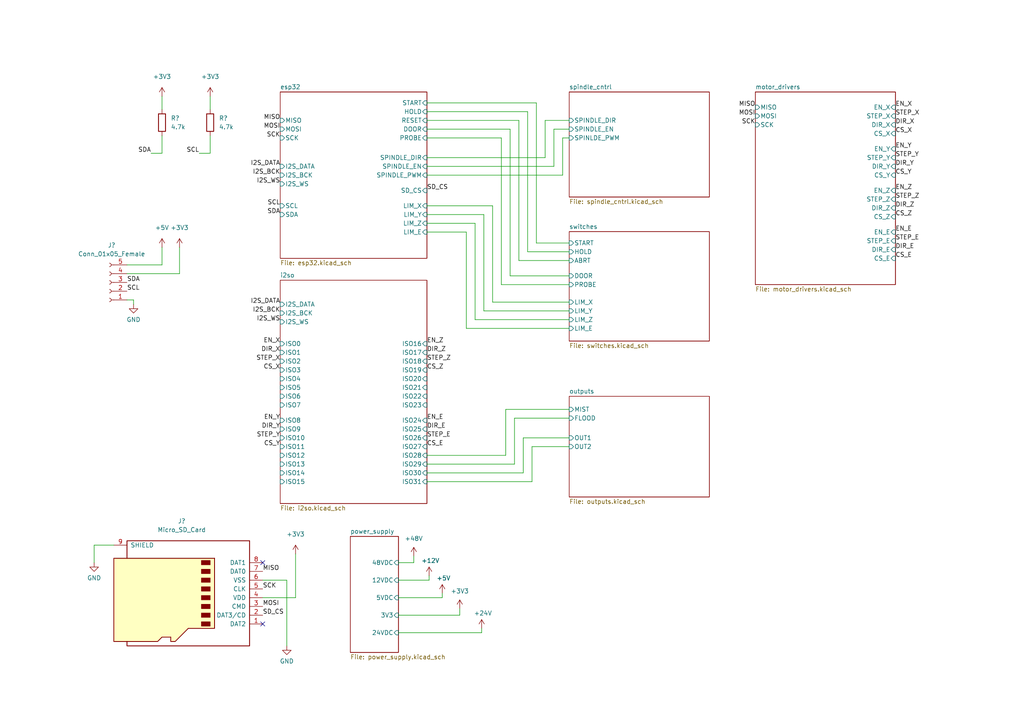
<source format=kicad_sch>
(kicad_sch (version 20211123) (generator eeschema)
  (paper "A4")
  (lib_symbols
    (symbol "Connector:Conn_01x05_Female" (pin_names (offset 1.016) hide)
      (property "Reference" "J" (at 0 7.62 0))
      (property "Value" "Conn_01x05_Female" (at 0 -7.62 0))
      (symbol "Conn_01x05_Female_1_1"
        (arc (start 0 -4.572) (mid -0.508 -5.08) (end 0 -5.588) (stroke (width 0.1524)))
        (arc (start 0 -2.032) (mid -0.508 -2.54) (end 0 -3.048) (stroke (width 0.1524)))
        (polyline (pts (xy -1.27 -5.08) (xy -0.508 -5.08)) (stroke (width 0.1524)))
        (polyline (pts (xy -1.27 -2.54) (xy -0.508 -2.54)) (stroke (width 0.1524)))
        (polyline (pts (xy -1.27 0) (xy -0.508 0)) (stroke (width 0.1524)))
        (polyline (pts (xy -1.27 2.54) (xy -0.508 2.54)) (stroke (width 0.1524)))
        (polyline (pts (xy -1.27 5.08) (xy -0.508 5.08)) (stroke (width 0.1524)))
        (arc (start 0 0.508) (mid -0.508 0) (end 0 -0.508) (stroke (width 0.1524)))
        (arc (start 0 3.048) (mid -0.508 2.54) (end 0 2.032) (stroke (width 0.1524)))
        (arc (start 0 5.588) (mid -0.508 5.08) (end 0 4.572) (stroke (width 0.1524)))
        (pin passive line (at -5.08 5.08 0) (length 3.81) (name "Pin_1") (number "1"))
        (pin passive line (at -5.08 2.54 0) (length 3.81) (name "Pin_2") (number "2"))
        (pin passive line (at -5.08 0 0) (length 3.81) (name "Pin_3") (number "3"))
        (pin passive line (at -5.08 -2.54 0) (length 3.81) (name "Pin_4") (number "4"))
        (pin passive line (at -5.08 -5.08 0) (length 3.81) (name "Pin_5") (number "5"))
      )
    )
    (symbol "Connector:Micro_SD_Card" (pin_names (offset 1.016))
      (property "Reference" "J" (at -16.51 15.24 0))
      (property "Value" "Micro_SD_Card" (at 16.51 15.24 0))
      (symbol "Micro_SD_Card_0_1"
        (rectangle (start -7.62 -9.525) (end -5.08 -10.795) (fill (type outline)))
        (rectangle (start -7.62 -6.985) (end -5.08 -8.255) (fill (type outline)))
        (rectangle (start -7.62 -4.445) (end -5.08 -5.715) (fill (type outline)))
        (rectangle (start -7.62 -1.905) (end -5.08 -3.175) (fill (type outline)))
        (rectangle (start -7.62 0.635) (end -5.08 -0.635) (fill (type outline)))
        (rectangle (start -7.62 3.175) (end -5.08 1.905) (fill (type outline)))
        (rectangle (start -7.62 5.715) (end -5.08 4.445) (fill (type outline)))
        (rectangle (start -7.62 8.255) (end -5.08 6.985) (fill (type outline)))
        (polyline (pts (xy 16.51 12.7) (xy 16.51 13.97) (xy -19.05 13.97) (xy -19.05 -16.51) (xy 16.51 -16.51) (xy 16.51 -11.43)) (stroke (width 0.254)))
        (polyline (pts (xy -8.89 -11.43) (xy -8.89 8.89) (xy -1.27 8.89) (xy 2.54 12.7) (xy 3.81 12.7) (xy 3.81 11.43) (xy 6.35 11.43) (xy 7.62 12.7) (xy 20.32 12.7) (xy 20.32 -11.43) (xy -8.89 -11.43)) (stroke (width 0.254)) (fill (type background)))
      )
      (symbol "Micro_SD_Card_1_1"
        (pin bidirectional line (at -22.86 7.62 0) (length 3.81) (name "DAT2") (number "1"))
        (pin bidirectional line (at -22.86 5.08 0) (length 3.81) (name "DAT3/CD") (number "2"))
        (pin input line (at -22.86 2.54 0) (length 3.81) (name "CMD") (number "3"))
        (pin power_in line (at -22.86 0 0) (length 3.81) (name "VDD") (number "4"))
        (pin input line (at -22.86 -2.54 0) (length 3.81) (name "CLK") (number "5"))
        (pin power_in line (at -22.86 -5.08 0) (length 3.81) (name "VSS") (number "6"))
        (pin bidirectional line (at -22.86 -7.62 0) (length 3.81) (name "DAT0") (number "7"))
        (pin bidirectional line (at -22.86 -10.16 0) (length 3.81) (name "DAT1") (number "8"))
        (pin passive line (at 20.32 -15.24 180) (length 3.81) (name "SHIELD") (number "9"))
      )
    )
    (symbol "Device:R" (pin_numbers hide) (pin_names (offset 0))
      (property "Reference" "R" (at 2.032 0 90))
      (property "Value" "R" (at 0 0 90))
      (symbol "R_0_1"
        (rectangle (start -1.016 -2.54) (end 1.016 2.54) (stroke (width 0.254)))
      )
      (symbol "R_1_1"
        (pin passive line (at 0 3.81 270) (length 1.27) (name "~") (number "1"))
        (pin passive line (at 0 -3.81 90) (length 1.27) (name "~") (number "2"))
      )
    )
    (symbol "power:+12V" (power) (pin_names (offset 0))
      (property "Value" "+12V" (at 0 3.556 0))
      (symbol "+12V_0_1"
        (polyline (pts (xy -0.762 1.27) (xy 0 2.54)))
        (polyline (pts (xy 0 0) (xy 0 2.54)))
        (polyline (pts (xy 0 2.54) (xy 0.762 1.27)))
      )
      (symbol "+12V_1_1"
        (pin power_in line (at 0 0 90) (length 0) hide (name "+12V") (number "1"))
      )
    )
    (symbol "power:+24V" (power) (pin_names (offset 0))
      (property "Value" "+24V" (at 0 3.556 0))
      (symbol "+24V_0_1"
        (polyline (pts (xy -0.762 1.27) (xy 0 2.54)))
        (polyline (pts (xy 0 0) (xy 0 2.54)))
        (polyline (pts (xy 0 2.54) (xy 0.762 1.27)))
      )
      (symbol "+24V_1_1"
        (pin power_in line (at 0 0 90) (length 0) hide (name "+24V") (number "1"))
      )
    )
    (symbol "power:+3V3" (power) (pin_names (offset 0))
      (property "Value" "+3V3" (at 0 3.556 0))
      (symbol "+3V3_0_1"
        (polyline (pts (xy -0.762 1.27) (xy 0 2.54)))
        (polyline (pts (xy 0 0) (xy 0 2.54)))
        (polyline (pts (xy 0 2.54) (xy 0.762 1.27)))
      )
      (symbol "+3V3_1_1"
        (pin power_in line (at 0 0 90) (length 0) hide (name "+3V3") (number "1"))
      )
    )
    (symbol "power:+48V" (power) (pin_names (offset 0))
      (property "Value" "+48V" (at 0 3.556 0))
      (symbol "+48V_0_1"
        (polyline (pts (xy -0.762 1.27) (xy 0 2.54)))
        (polyline (pts (xy 0 0) (xy 0 2.54)))
        (polyline (pts (xy 0 2.54) (xy 0.762 1.27)))
      )
      (symbol "+48V_1_1"
        (pin power_in line (at 0 0 90) (length 0) hide (name "+48V") (number "1"))
      )
    )
    (symbol "power:+5V" (power) (pin_names (offset 0))
      (property "Value" "+5V" (at 0 3.556 0))
      (symbol "+5V_0_1"
        (polyline (pts (xy -0.762 1.27) (xy 0 2.54)))
        (polyline (pts (xy 0 0) (xy 0 2.54)))
        (polyline (pts (xy 0 2.54) (xy 0.762 1.27)))
      )
      (symbol "+5V_1_1"
        (pin power_in line (at 0 0 90) (length 0) hide (name "+5V") (number "1"))
      )
    )
    (symbol "power:GND" (power) (pin_names (offset 0))
      (property "Value" "GND" (at 0 -3.81 0))
      (symbol "GND_0_1"
        (polyline (pts (xy 0 0) (xy 0 -1.27) (xy 1.27 -1.27) (xy 0 -2.54) (xy -1.27 -1.27) (xy 0 -1.27)))
      )
      (symbol "GND_1_1"
        (pin power_in line (at 0 0 270) (length 0) hide (name "GND") (number "1"))
      )
    )
  )
  (no_connect (at 76.2 163.195))
  (no_connect (at 76.2 180.975))
  (wire (pts (xy 147.955 37.465) (xy 123.825 37.465)))
  (wire (pts (xy 123.825 132.08) (xy 146.685 132.08)))
  (wire (pts (xy 133.35 176.53) (xy 133.35 178.435)))
  (wire (pts (xy 163.195 40.005) (xy 165.1 40.005)))
  (wire (pts (xy 123.825 62.23) (xy 140.335 62.23)))
  (wire (pts (xy 163.195 50.8) (xy 163.195 40.005)))
  (wire (pts (xy 123.825 59.69) (xy 142.875 59.69)))
  (wire (pts (xy 145.415 40.005) (xy 145.415 82.55)))
  (wire (pts (xy 120.015 163.195) (xy 115.57 163.195)))
  (wire (pts (xy 76.2 173.355) (xy 85.725 173.355)))
  (wire (pts (xy 128.27 173.355) (xy 115.57 173.355)))
  (wire (pts (xy 165.1 37.465) (xy 160.655 37.465)))
  (wire (pts (xy 123.825 137.16) (xy 151.765 137.16)))
  (wire (pts (xy 146.685 132.08) (xy 146.685 118.745)))
  (wire (pts (xy 154.305 139.7) (xy 154.305 129.54)))
  (wire (pts (xy 137.795 92.71) (xy 165.1 92.71)))
  (wire (pts (xy 27.305 163.195) (xy 27.305 158.115)))
  (wire (pts (xy 150.495 34.925) (xy 123.825 34.925)))
  (wire (pts (xy 149.225 134.62) (xy 149.225 121.285)))
  (wire (pts (xy 147.955 37.465) (xy 147.955 80.01)))
  (wire (pts (xy 123.825 29.845) (xy 155.575 29.845)))
  (wire (pts (xy 36.83 86.995) (xy 38.735 86.995)))
  (wire (pts (xy 158.115 45.72) (xy 123.825 45.72)))
  (wire (pts (xy 149.225 121.285) (xy 165.1 121.285)))
  (wire (pts (xy 128.27 172.085) (xy 128.27 173.355)))
  (wire (pts (xy 142.875 59.69) (xy 142.875 87.63)))
  (wire (pts (xy 147.955 80.01) (xy 165.1 80.01)))
  (wire (pts (xy 150.495 34.925) (xy 150.495 75.565)))
  (wire (pts (xy 155.575 29.845) (xy 155.575 70.485)))
  (wire (pts (xy 123.825 67.31) (xy 135.255 67.31)))
  (wire (pts (xy 124.46 167.005) (xy 124.46 168.275)))
  (wire (pts (xy 124.46 168.275) (xy 115.57 168.275)))
  (wire (pts (xy 46.99 76.835) (xy 36.83 76.835)))
  (wire (pts (xy 142.875 87.63) (xy 165.1 87.63)))
  (wire (pts (xy 52.07 71.755) (xy 52.07 79.375)))
  (wire (pts (xy 154.305 129.54) (xy 165.1 129.54)))
  (wire (pts (xy 46.99 39.37) (xy 46.99 44.45)))
  (wire (pts (xy 120.015 161.29) (xy 120.015 163.195)))
  (wire (pts (xy 46.99 44.45) (xy 43.815 44.45)))
  (wire (pts (xy 123.825 139.7) (xy 154.305 139.7)))
  (wire (pts (xy 60.96 39.37) (xy 60.96 44.45)))
  (wire (pts (xy 60.96 27.94) (xy 60.96 31.75)))
  (wire (pts (xy 158.115 34.925) (xy 158.115 45.72)))
  (wire (pts (xy 155.575 70.485) (xy 165.1 70.485)))
  (wire (pts (xy 139.7 182.245) (xy 139.7 183.515)))
  (wire (pts (xy 140.335 90.17) (xy 165.1 90.17)))
  (wire (pts (xy 27.305 158.115) (xy 33.02 158.115)))
  (wire (pts (xy 140.335 62.23) (xy 140.335 90.17)))
  (wire (pts (xy 115.57 183.515) (xy 139.7 183.515)))
  (wire (pts (xy 135.255 95.25) (xy 165.1 95.25)))
  (wire (pts (xy 123.825 50.8) (xy 163.195 50.8)))
  (wire (pts (xy 153.035 32.385) (xy 153.035 73.025)))
  (wire (pts (xy 150.495 75.565) (xy 165.1 75.565)))
  (wire (pts (xy 160.655 37.465) (xy 160.655 48.26)))
  (wire (pts (xy 46.99 27.94) (xy 46.99 31.75)))
  (wire (pts (xy 153.035 32.385) (xy 123.825 32.385)))
  (wire (pts (xy 153.035 73.025) (xy 165.1 73.025)))
  (wire (pts (xy 76.2 168.275) (xy 83.185 168.275)))
  (wire (pts (xy 115.57 178.435) (xy 133.35 178.435)))
  (wire (pts (xy 135.255 67.31) (xy 135.255 95.25)))
  (wire (pts (xy 146.685 118.745) (xy 165.1 118.745)))
  (wire (pts (xy 137.795 64.77) (xy 123.825 64.77)))
  (wire (pts (xy 145.415 82.55) (xy 165.1 82.55)))
  (wire (pts (xy 145.415 40.005) (xy 123.825 40.005)))
  (wire (pts (xy 46.99 71.755) (xy 46.99 76.835)))
  (wire (pts (xy 38.735 88.265) (xy 38.735 86.995)))
  (wire (pts (xy 165.1 34.925) (xy 158.115 34.925)))
  (wire (pts (xy 85.725 160.655) (xy 85.725 173.355)))
  (wire (pts (xy 151.765 127) (xy 165.1 127)))
  (wire (pts (xy 83.185 187.325) (xy 83.185 168.275)))
  (wire (pts (xy 52.07 79.375) (xy 36.83 79.375)))
  (wire (pts (xy 151.765 137.16) (xy 151.765 127)))
  (wire (pts (xy 123.825 134.62) (xy 149.225 134.62)))
  (wire (pts (xy 137.795 92.71) (xy 137.795 64.77)))
  (wire (pts (xy 160.655 48.26) (xy 123.825 48.26)))
  (wire (pts (xy 60.96 44.45) (xy 57.785 44.45)))
  (label "DIR_X" (at 259.715 36.195 0))
  (label "STEP_X" (at 259.715 33.655 0))
  (label "CS_Y" (at 259.715 50.8 0))
  (label "CS_E" (at 123.825 129.54 0))
  (label "SCL" (at 36.83 84.455 0))
  (label "EN_X" (at 81.28 99.695 180))
  (label "CS_E" (at 259.715 74.93 0))
  (label "DIR_Z" (at 123.825 102.235 0))
  (label "EN_E" (at 123.825 121.92 0))
  (label "SDA" (at 81.28 62.23 180))
  (label "DIR_E" (at 259.715 72.39 0))
  (label "CS_X" (at 259.715 38.735 0))
  (label "DIR_X" (at 81.28 102.235 180))
  (label "STEP_E" (at 259.715 69.85 0))
  (label "EN_X" (at 259.715 31.115 0))
  (label "I2S_DATA" (at 81.28 48.26 180))
  (label "SDA" (at 43.815 44.45 180))
  (label "SDA" (at 36.83 81.915 0))
  (label "I2S_BCK" (at 81.28 50.8 180))
  (label "DIR_Z" (at 259.715 60.325 0))
  (label "SCK" (at 76.2 170.815 0))
  (label "STEP_Y" (at 81.28 127 180))
  (label "SCL" (at 81.28 59.69 180))
  (label "CS_Z" (at 259.715 62.865 0))
  (label "SCK" (at 219.075 36.195 180))
  (label "STEP_E" (at 123.825 127 0))
  (label "MOSI" (at 81.28 37.465 180))
  (label "STEP_Y" (at 259.715 45.72 0))
  (label "EN_Z" (at 259.715 55.245 0))
  (label "CS_X" (at 81.28 107.315 180))
  (label "SCL" (at 57.785 44.45 180))
  (label "EN_Z" (at 123.825 99.695 0))
  (label "STEP_Z" (at 123.825 104.775 0))
  (label "SD_CS" (at 76.2 178.435 0))
  (label "SD_CS" (at 123.825 55.245 0))
  (label "I2S_WS" (at 81.28 53.34 180))
  (label "EN_Y" (at 259.715 43.18 0))
  (label "DIR_Y" (at 259.715 48.26 0))
  (label "EN_Y" (at 81.28 121.92 180))
  (label "CS_Y" (at 81.28 129.54 180))
  (label "STEP_X" (at 81.28 104.775 180))
  (label "DIR_Y" (at 81.28 124.46 180))
  (label "MISO" (at 81.28 34.925 180))
  (label "MOSI" (at 76.2 175.895 0))
  (label "I2S_WS" (at 81.28 93.345 180))
  (label "MISO" (at 76.2 165.735 0))
  (label "DIR_E" (at 123.825 124.46 0))
  (label "I2S_DATA" (at 81.28 88.265 180))
  (label "I2S_BCK" (at 81.28 90.805 180))
  (label "MOSI" (at 219.075 33.655 180))
  (label "EN_E" (at 259.715 67.31 0))
  (label "SCK" (at 81.28 40.005 180))
  (label "STEP_Z" (at 259.715 57.785 0))
  (label "MISO" (at 219.075 31.115 180))
  (label "CS_Z" (at 123.825 107.315 0))
  (symbol (lib_id "power:+24V") (at 139.7 182.245 0) (unit 1)
    (property "Reference" "#PWR?" (effects hide))
    (property "Value" "+24V" (at 140.081 177.8508 0))
  )
  (symbol (lib_id "power:+3V3") (at 52.07 71.755 0) (unit 1)
    (property "Reference" "#PWR?" (effects hide))
    (property "Value" "+3V3" (at 52.07 66.04 0))
  )
  (symbol (lib_id "Device:R") (at 46.99 35.56 0) (unit 1)
    (property "Reference" "R?" (at 49.53 34.2899 0) (effects (justify left)))
    (property "Value" "4.7k" (at 49.53 36.8299 0) (effects (justify left)))
  )
  (symbol (lib_id "power:+3V3") (at 85.725 160.655 0) (unit 1)
    (property "Reference" "#PWR?" (effects hide))
    (property "Value" "+3V3" (at 85.725 154.94 0))
  )
  (symbol (lib_id "power:+5V") (at 46.99 71.755 0) (unit 1)
    (property "Reference" "#PWR?" (effects hide))
    (property "Value" "+5V" (at 46.99 66.04 0))
  )
  (symbol (lib_id "Device:R") (at 60.96 35.56 0) (unit 1)
    (property "Reference" "R?" (at 63.5 34.2899 0) (effects (justify left)))
    (property "Value" "4.7k" (at 63.5 36.8299 0) (effects (justify left)))
  )
  (symbol (lib_id "Connector:Conn_01x05_Female") (at 31.75 81.915 180) (unit 1)
    (property "Reference" "J?" (at 32.385 71.12 0))
    (property "Value" "Conn_01x05_Female" (at 32.385 73.66 0))
  )
  (symbol (lib_id "power:+3V3") (at 46.99 27.94 0) (unit 1)
    (property "Reference" "#PWR?" (effects hide))
    (property "Value" "+3V3" (at 46.99 22.225 0))
  )
  (symbol (lib_id "power:GND") (at 83.185 187.325 0) (unit 1)
    (property "Reference" "#PWR?" (effects hide))
    (property "Value" "GND" (at 83.185 191.77 0))
  )
  (symbol (lib_id "power:+48V") (at 120.015 161.29 0) (unit 1)
    (property "Reference" "#PWR?" (effects hide))
    (property "Value" "+48V" (at 120.015 156.21 0))
  )
  (symbol (lib_id "power:GND") (at 27.305 163.195 0) (unit 1)
    (property "Reference" "#PWR?" (effects hide))
    (property "Value" "GND" (at 27.305 167.64 0))
  )
  (symbol (lib_id "power:+12V") (at 124.46 167.005 0) (unit 1)
    (property "Reference" "#PWR?" (effects hide))
    (property "Value" "+12V" (at 124.841 162.6108 0))
  )
  (symbol (lib_id "power:GND") (at 38.735 88.265 0) (unit 1)
    (property "Reference" "#PWR?" (effects hide))
    (property "Value" "GND" (at 38.735 92.71 0))
  )
  (symbol (lib_id "power:+3V3") (at 133.35 176.53 0) (unit 1)
    (property "Reference" "#PWR?" (effects hide))
    (property "Value" "+3V3" (at 133.35 171.45 0))
  )
  (symbol (lib_id "power:+3V3") (at 60.96 27.94 0) (unit 1)
    (property "Reference" "#PWR?" (effects hide))
    (property "Value" "+3V3" (at 60.96 22.225 0))
  )
  (symbol (lib_id "Connector:Micro_SD_Card") (at 53.34 173.355 180) (unit 1)
    (property "Reference" "J?" (at 52.705 151.13 0))
    (property "Value" "Micro_SD_Card" (at 52.705 153.67 0))
    (property "Datasheet" "http://katalog.we-online.de/em/datasheet/693072010801.pdf" (effects hide))
  )
  (symbol (lib_id "power:+5V") (at 128.27 172.085 0) (unit 1)
    (property "Reference" "#PWR?" (effects hide))
    (property "Value" "+5V" (at 128.651 167.6908 0))
  )
  (sheet (at 165.1 114.935) (size 40.64 29.21) (stroke (width 0.1524))
    (property "Sheet name" "outputs" (at 165.1 114.2234 0) (effects (justify left bottom)))
    (property "Sheet file" "outputs.kicad_sch" (at 165.1 144.7296 0) (effects (justify left top)))
    (pin "MIST" input (at 165.1 118.745 180))
    (pin "FLOOD" input (at 165.1 121.285 180))
    (pin "OUT1" input (at 165.1 127 180))
    (pin "OUT2" input (at 165.1 129.54 180))
  )
  (sheet (at 165.1 26.67) (size 40.64 30.48) (stroke (width 0.1524))
    (property "Sheet name" "spindle_cntrl" (at 165.1 25.9584 0) (effects (justify left bottom)))
    (property "Sheet file" "spindle_cntrl.kicad_sch" (at 165.1 57.7346 0) (effects (justify left top)))
    (pin "SPINDLE_DIR" input (at 165.1 34.925 180))
    (pin "SPINDLE_EN" input (at 165.1 37.465 180))
    (pin "SPINLDE_PWM" input (at 165.1 40.005 180))
  )
  (sheet (at 219.075 26.67) (size 40.64 55.88) (stroke (width 0.1524))
    (property "Sheet name" "motor_drivers" (at 219.075 25.9584 0) (effects (justify left bottom)))
    (property "Sheet file" "motor_drivers.kicad_sch" (at 219.075 83.1346 0) (effects (justify left top)))
    (pin "MOSI" input (at 219.075 33.655 180))
    (pin "MISO" input (at 219.075 31.115 180))
    (pin "SCK" input (at 219.075 36.195 180))
    (pin "EN_Z" input (at 259.715 55.245 0))
    (pin "STEP_Z" input (at 259.715 57.785 0))
    (pin "DIR_Y" input (at 259.715 48.26 0))
    (pin "EN_E" input (at 259.715 67.31 0))
    (pin "STEP_E" input (at 259.715 69.85 0))
    (pin "DIR_E" input (at 259.715 72.39 0))
    (pin "STEP_X" input (at 259.715 33.655 0))
    (pin "DIR_X" input (at 259.715 36.195 0))
    (pin "EN_X" input (at 259.715 31.115 0))
    (pin "EN_Y" input (at 259.715 43.18 0))
    (pin "STEP_Y" input (at 259.715 45.72 0))
    (pin "CS_Y" input (at 259.715 50.8 0))
    (pin "CS_Z" input (at 259.715 62.865 0))
    (pin "CS_E" input (at 259.715 74.93 0))
    (pin "CS_X" input (at 259.715 38.735 0))
    (pin "DIR_Z" input (at 259.715 60.325 0))
  )
  (sheet (at 81.28 81.28) (size 42.545 64.77) (stroke (width 0.1524))
    (property "Sheet name" "i2so" (at 81.28 80.5684 0) (effects (justify left bottom)))
    (property "Sheet file" "i2so.kicad_sch" (at 81.28 146.6346 0) (effects (justify left top)))
    (pin "I2S_WS" input (at 81.28 93.345 180))
    (pin "ISO30" input (at 123.825 137.16 0))
    (pin "ISO31" input (at 123.825 139.7 0))
    (pin "ISO29" input (at 123.825 134.62 0))
    (pin "ISO24" input (at 123.825 121.92 0))
    (pin "ISO28" input (at 123.825 132.08 0))
    (pin "ISO27" input (at 123.825 129.54 0))
    (pin "ISO26" input (at 123.825 127 0))
    (pin "ISO25" input (at 123.825 124.46 0))
    (pin "ISO17" input (at 123.825 102.235 0))
    (pin "ISO16" input (at 123.825 99.695 0))
    (pin "ISO19" input (at 123.825 107.315 0))
    (pin "ISO18" input (at 123.825 104.775 0))
    (pin "ISO20" input (at 123.825 109.855 0))
    (pin "I2S_BCK" input (at 81.28 90.805 180))
    (pin "ISO21" input (at 123.825 112.395 0))
    (pin "ISO22" input (at 123.825 114.935 0))
    (pin "ISO23" input (at 123.825 117.475 0))
    (pin "ISO6" input (at 81.28 114.935 180))
    (pin "ISO4" input (at 81.28 109.855 180))
    (pin "ISO5" input (at 81.28 112.395 180))
    (pin "ISO3" input (at 81.28 107.315 180))
    (pin "ISO7" input (at 81.28 117.475 180))
    (pin "I2S_DATA" input (at 81.28 88.265 180))
    (pin "ISO1" input (at 81.28 102.235 180))
    (pin "ISO0" input (at 81.28 99.695 180))
    (pin "ISO2" input (at 81.28 104.775 180))
    (pin "ISO10" input (at 81.28 127 180))
    (pin "ISO14" input (at 81.28 137.16 180))
    (pin "ISO15" input (at 81.28 139.7 180))
    (pin "ISO11" input (at 81.28 129.54 180))
    (pin "ISO12" input (at 81.28 132.08 180))
    (pin "ISO13" input (at 81.28 134.62 180))
    (pin "ISO9" input (at 81.28 124.46 180))
    (pin "ISO8" input (at 81.28 121.92 180))
  )
  (sheet (at 165.1 67.183) (size 40.64 31.75) (stroke (width 0.1524))
    (property "Sheet name" "switches" (at 165.1 66.4714 0) (effects (justify left bottom)))
    (property "Sheet file" "switches.kicad_sch" (at 165.1 99.5176 0) (effects (justify left top)))
    (pin "LIM_E" input (at 165.1 95.25 180))
    (pin "LIM_Z" input (at 165.1 92.71 180))
    (pin "LIM_Y" input (at 165.1 90.17 180))
    (pin "LIM_X" input (at 165.1 87.63 180))
    (pin "START" input (at 165.1 70.485 180))
    (pin "HOLD" input (at 165.1 73.025 180))
    (pin "ABRT" input (at 165.1 75.565 180))
    (pin "DOOR" input (at 165.1 80.01 180))
    (pin "PROBE" input (at 165.1 82.55 180))
  )
  (sheet (at 81.28 26.67) (size 42.545 48.26) (stroke (width 0.1524))
    (property "Sheet name" "esp32" (at 81.28 25.9584 0) (effects (justify left bottom)))
    (property "Sheet file" "esp32.kicad_sch" (at 81.28 75.5146 0) (effects (justify left top)))
    (pin "LIM_X" input (at 123.825 59.69 0))
    (pin "LIM_Y" input (at 123.825 62.23 0))
    (pin "MISO" input (at 81.28 34.925 180))
    (pin "SCK" input (at 81.28 40.005 180))
    (pin "MOSI" input (at 81.28 37.465 180))
    (pin "LIM_E" input (at 123.825 67.31 0))
    (pin "LIM_Z" input (at 123.825 64.77 0))
    (pin "I2S_DATA" input (at 81.28 48.26 180))
    (pin "I2S_BCK" input (at 81.28 50.8 180))
    (pin "I2S_WS" input (at 81.28 53.34 180))
    (pin "HOLD" input (at 123.825 32.385 0))
    (pin "RESET" input (at 123.825 34.925 0))
    (pin "START" input (at 123.825 29.845 0))
    (pin "PROBE" input (at 123.825 40.005 0))
    (pin "SPINDLE_PWM" input (at 123.825 50.8 0))
    (pin "DOOR" input (at 123.825 37.465 0))
    (pin "SD_CS" input (at 123.825 55.245 0))
    (pin "SCL" input (at 81.28 59.69 180))
    (pin "SDA" input (at 81.28 62.23 180))
    (pin "SPINDLE_EN" input (at 123.825 48.26 0))
    (pin "SPINDLE_DIR" input (at 123.825 45.72 0))
  )
  (sheet (at 101.6 155.575) (size 13.97 33.655)
    (property "Sheet name" "power_supply" (at 101.6 154.8634 0) (effects (justify left bottom)))
    (property "Sheet file" "power_supply.kicad_sch" (at 101.6 189.8146 0) (effects (justify left top)))
    (pin "48VDC" input (at 115.57 163.195 0))
    (pin "12VDC" input (at 115.57 168.275 0))
    (pin "5VDC" input (at 115.57 173.355 0))
    (pin "24VDC" input (at 115.57 183.515 0))
    (pin "3V3" input (at 115.57 178.435 0))
  )
)
</source>
